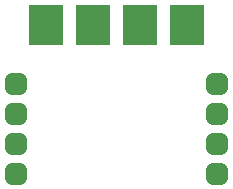
<source format=gbr>
%TF.GenerationSoftware,KiCad,Pcbnew,7.0.2-6a45011f42~172~ubuntu22.04.1*%
%TF.CreationDate,2023-05-29T23:07:21+12:00*%
%TF.ProjectId,THE_BRAWN-20A_POWER,5448455f-4252-4415-974e-2d3230415f50,v2.0*%
%TF.SameCoordinates,Original*%
%TF.FileFunction,Soldermask,Top*%
%TF.FilePolarity,Negative*%
%FSLAX46Y46*%
G04 Gerber Fmt 4.6, Leading zero omitted, Abs format (unit mm)*
G04 Created by KiCad (PCBNEW 7.0.2-6a45011f42~172~ubuntu22.04.1) date 2023-05-29 23:07:21*
%MOMM*%
%LPD*%
G01*
G04 APERTURE LIST*
G04 Aperture macros list*
%AMRoundRect*
0 Rectangle with rounded corners*
0 $1 Rounding radius*
0 $2 $3 $4 $5 $6 $7 $8 $9 X,Y pos of 4 corners*
0 Add a 4 corners polygon primitive as box body*
4,1,4,$2,$3,$4,$5,$6,$7,$8,$9,$2,$3,0*
0 Add four circle primitives for the rounded corners*
1,1,$1+$1,$2,$3*
1,1,$1+$1,$4,$5*
1,1,$1+$1,$6,$7*
1,1,$1+$1,$8,$9*
0 Add four rect primitives between the rounded corners*
20,1,$1+$1,$2,$3,$4,$5,0*
20,1,$1+$1,$4,$5,$6,$7,0*
20,1,$1+$1,$6,$7,$8,$9,0*
20,1,$1+$1,$8,$9,$2,$3,0*%
G04 Aperture macros list end*
%ADD10RoundRect,0.450000X-0.450000X-0.450000X0.450000X-0.450000X0.450000X0.450000X-0.450000X0.450000X0*%
%ADD11C,2.000000*%
%ADD12R,3.000000X3.500000*%
G04 APERTURE END LIST*
D10*
%TO.C,J2*%
X137000000Y-155500000D03*
X137000000Y-158040000D03*
X137000000Y-160580000D03*
X137000000Y-163120000D03*
%TD*%
D11*
%TO.C,H4*%
X143500000Y-150500000D03*
D12*
X143500000Y-150500000D03*
%TD*%
D11*
%TO.C,H3*%
X139500000Y-150500000D03*
D12*
X139500000Y-150500000D03*
%TD*%
D11*
%TO.C,H2*%
X151500000Y-150500000D03*
D12*
X151500000Y-150500000D03*
%TD*%
D10*
%TO.C,J1*%
X154000000Y-155500000D03*
X154000000Y-158040000D03*
X154000000Y-160580000D03*
X154000000Y-163120000D03*
%TD*%
D11*
%TO.C,H1*%
X147500000Y-150500000D03*
D12*
X147500000Y-150500000D03*
%TD*%
M02*

</source>
